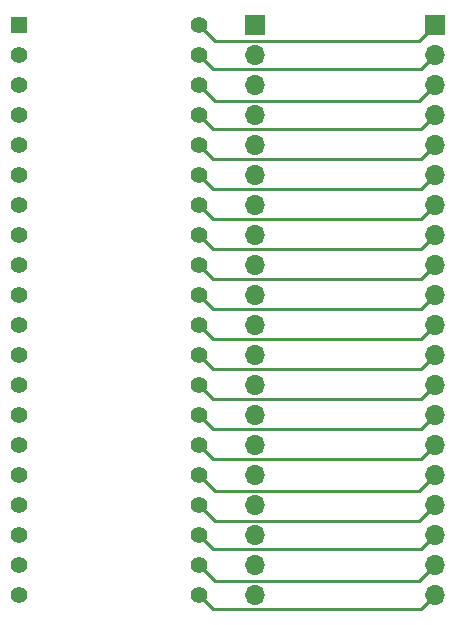
<source format=gbl>
G04 #@! TF.GenerationSoftware,KiCad,Pcbnew,(5.1.10)-1*
G04 #@! TF.CreationDate,2022-12-28T22:20:52-05:00*
G04 #@! TF.ProjectId,CocoDvRelocator,436f636f-4476-4526-956c-6f6361746f72,rev?*
G04 #@! TF.SameCoordinates,Original*
G04 #@! TF.FileFunction,Copper,L2,Bot*
G04 #@! TF.FilePolarity,Positive*
%FSLAX46Y46*%
G04 Gerber Fmt 4.6, Leading zero omitted, Abs format (unit mm)*
G04 Created by KiCad (PCBNEW (5.1.10)-1) date 2022-12-28 22:20:52*
%MOMM*%
%LPD*%
G01*
G04 APERTURE LIST*
G04 #@! TA.AperFunction,ComponentPad*
%ADD10C,1.397000*%
G04 #@! TD*
G04 #@! TA.AperFunction,ComponentPad*
%ADD11R,1.397000X1.397000*%
G04 #@! TD*
G04 #@! TA.AperFunction,ComponentPad*
%ADD12O,1.700000X1.700000*%
G04 #@! TD*
G04 #@! TA.AperFunction,ComponentPad*
%ADD13R,1.700000X1.700000*%
G04 #@! TD*
G04 #@! TA.AperFunction,Conductor*
%ADD14C,0.250000*%
G04 #@! TD*
G04 APERTURE END LIST*
D10*
X95240000Y-40000000D03*
X95240000Y-42540000D03*
X95240000Y-45080000D03*
X95240000Y-47620000D03*
X95240000Y-50160000D03*
X95240000Y-52700000D03*
X95240000Y-55240000D03*
X95240000Y-57780000D03*
X95240000Y-60320000D03*
X95240000Y-62860000D03*
X95240000Y-65400000D03*
X95240000Y-67940000D03*
X95240000Y-70480000D03*
X95240000Y-73020000D03*
X95240000Y-75560000D03*
X95240000Y-78100000D03*
X95240000Y-80640000D03*
X95240000Y-83180000D03*
X95240000Y-85720000D03*
X95240000Y-88260000D03*
X80000000Y-88260000D03*
X80000000Y-85720000D03*
X80000000Y-83180000D03*
X80000000Y-80640000D03*
X80000000Y-78100000D03*
X80000000Y-75560000D03*
X80000000Y-73020000D03*
X80000000Y-70480000D03*
X80000000Y-67940000D03*
X80000000Y-65400000D03*
X80000000Y-62860000D03*
X80000000Y-60320000D03*
X80000000Y-57780000D03*
X80000000Y-55240000D03*
X80000000Y-52700000D03*
X80000000Y-50160000D03*
X80000000Y-47620000D03*
X80000000Y-45080000D03*
X80000000Y-42540000D03*
D11*
X80000000Y-40000000D03*
D12*
X115240000Y-88260000D03*
X115240000Y-85720000D03*
X115240000Y-83180000D03*
X115240000Y-80640000D03*
X115240000Y-78100000D03*
X115240000Y-75560000D03*
X115240000Y-73020000D03*
X115240000Y-70480000D03*
X115240000Y-67940000D03*
X115240000Y-65400000D03*
X115240000Y-62860000D03*
X115240000Y-60320000D03*
X115240000Y-57780000D03*
X115240000Y-55240000D03*
X115240000Y-52700000D03*
X115240000Y-50160000D03*
X115240000Y-47620000D03*
X115240000Y-45080000D03*
X115240000Y-42540000D03*
D13*
X115240000Y-40000000D03*
D12*
X100000000Y-88260000D03*
X100000000Y-85720000D03*
X100000000Y-83180000D03*
X100000000Y-80640000D03*
X100000000Y-78100000D03*
X100000000Y-75560000D03*
X100000000Y-73020000D03*
X100000000Y-70480000D03*
X100000000Y-67940000D03*
X100000000Y-65400000D03*
X100000000Y-62860000D03*
X100000000Y-60320000D03*
X100000000Y-57780000D03*
X100000000Y-55240000D03*
X100000000Y-52700000D03*
X100000000Y-50160000D03*
X100000000Y-47620000D03*
X100000000Y-45080000D03*
X100000000Y-42540000D03*
D13*
X100000000Y-40000000D03*
D14*
X113875001Y-41364999D02*
X115240000Y-40000000D01*
X96604999Y-41364999D02*
X113875001Y-41364999D01*
X95240000Y-40000000D02*
X96604999Y-41364999D01*
X96415001Y-43715001D02*
X114064999Y-43715001D01*
X114064999Y-43715001D02*
X115240000Y-42540000D01*
X95240000Y-42540000D02*
X96415001Y-43715001D01*
X113875001Y-46444999D02*
X115240000Y-45080000D01*
X96604999Y-46444999D02*
X113875001Y-46444999D01*
X95240000Y-45080000D02*
X96604999Y-46444999D01*
X96415001Y-48795001D02*
X114064999Y-48795001D01*
X114064999Y-48795001D02*
X115240000Y-47620000D01*
X95240000Y-47620000D02*
X96415001Y-48795001D01*
X114064999Y-51335001D02*
X115240000Y-50160000D01*
X96415001Y-51335001D02*
X114064999Y-51335001D01*
X95240000Y-50160000D02*
X96415001Y-51335001D01*
X114064999Y-53875001D02*
X115240000Y-52700000D01*
X96415001Y-53875001D02*
X114064999Y-53875001D01*
X95240000Y-52700000D02*
X96415001Y-53875001D01*
X96415001Y-56415001D02*
X114064999Y-56415001D01*
X114064999Y-56415001D02*
X115240000Y-55240000D01*
X95240000Y-55240000D02*
X96415001Y-56415001D01*
X114064999Y-58955001D02*
X115240000Y-57780000D01*
X96415001Y-58955001D02*
X114064999Y-58955001D01*
X95240000Y-57780000D02*
X96415001Y-58955001D01*
X114064999Y-61495001D02*
X115240000Y-60320000D01*
X96415001Y-61495001D02*
X114064999Y-61495001D01*
X95240000Y-60320000D02*
X96415001Y-61495001D01*
X96415001Y-64035001D02*
X114064999Y-64035001D01*
X114064999Y-64035001D02*
X115240000Y-62860000D01*
X95240000Y-62860000D02*
X96415001Y-64035001D01*
X114064999Y-66575001D02*
X115240000Y-65400000D01*
X96415001Y-66575001D02*
X114064999Y-66575001D01*
X95240000Y-65400000D02*
X96415001Y-66575001D01*
X114064999Y-69115001D02*
X115240000Y-67940000D01*
X96415001Y-69115001D02*
X114064999Y-69115001D01*
X95240000Y-67940000D02*
X96415001Y-69115001D01*
X114064999Y-71655001D02*
X115240000Y-70480000D01*
X96415001Y-71655001D02*
X114064999Y-71655001D01*
X95240000Y-70480000D02*
X96415001Y-71655001D01*
X114064999Y-74195001D02*
X115240000Y-73020000D01*
X96415001Y-74195001D02*
X114064999Y-74195001D01*
X95240000Y-73020000D02*
X96415001Y-74195001D01*
X114064999Y-76735001D02*
X115240000Y-75560000D01*
X96415001Y-76735001D02*
X114064999Y-76735001D01*
X95240000Y-75560000D02*
X96415001Y-76735001D01*
X113875001Y-79464999D02*
X115240000Y-78100000D01*
X96604999Y-79464999D02*
X113875001Y-79464999D01*
X95240000Y-78100000D02*
X96604999Y-79464999D01*
X113875001Y-82004999D02*
X115240000Y-80640000D01*
X96604999Y-82004999D02*
X113875001Y-82004999D01*
X95240000Y-80640000D02*
X96604999Y-82004999D01*
X114064999Y-84355001D02*
X115240000Y-83180000D01*
X96415001Y-84355001D02*
X114064999Y-84355001D01*
X95240000Y-83180000D02*
X96415001Y-84355001D01*
X113875001Y-87084999D02*
X115240000Y-85720000D01*
X96604999Y-87084999D02*
X113875001Y-87084999D01*
X95240000Y-85720000D02*
X96604999Y-87084999D01*
X114064999Y-89435001D02*
X115240000Y-88260000D01*
X96415001Y-89435001D02*
X114064999Y-89435001D01*
X95240000Y-88260000D02*
X96415001Y-89435001D01*
M02*

</source>
